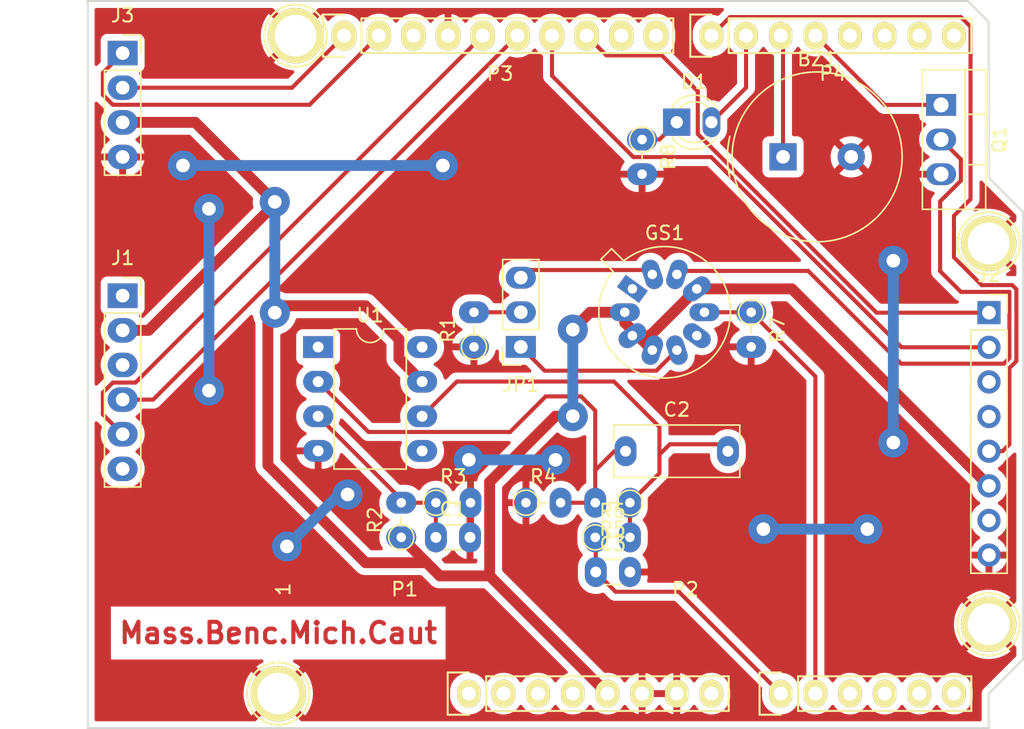
<source format=kicad_pcb>
(kicad_pcb (version 20211014) (generator pcbnew)
  (title_block (date "lun. 30 mars 2015"))
  (layers (0 "F.Cu" signal) (31 "B.Cu" signal) (34 "B.Paste" user) (35 "F.Paste" user) (36 "B.SilkS" user "B.Silkscreen") (37 "F.SilkS" user "F.Silkscreen") (38 "B.Mask" user) (39 "F.Mask" user) (44 "Edge.Cuts" user))
  (net 0 "")
  (net 1 "/IOREF")
  (net 2 "/Reset")
  (net 3 "+5V")
  (net 4 "GND")
  (net 5 "/Vin")
  (net 6 "Net-(GS1-Pad4)")
  (net 7 "ADC_temp")
  (net 8 "Net-(GS1-Pad8)")
  (net 9 "Net-(GS1-Pad9)")
  (net 12 "TX_BLE")
  (net 13 "RX_BLE")
  (net 15 "TX_LoRa")
  (net 16 "RX_LoRa")
  (net 19 "rst_LoRa")
  (net 21 "Display_SDA")
  (net 22 "Display_SCL")
  (net 23 "Net-(JP1-Pad2)")
  (net 25 "ADC_Gas")
  (net 30 "+3V3")
  (net 34 "LED")
  (net 35 "buzzer")
  (net 36 "Barre_crtl")
  (net 42 "Net-(C2-Pad1)")
  (net 43 "Net-(C1-Pad1)")
  (net 45 "Net-(C2-Pad2)")
  (net 47 "Net-(D1-Pad1)")
  (footprint "Socket_Arduino_Uno:Socket_Strip_Arduino_1x08" (layer "F.Cu") (at 138.938 123.825)
    (fp_text reference "P1" (at -4.705 -7.65) (layer "F.SilkS"))
    (fp_text value "Power")
    (fp_line (start 19.05 1.27) (end 19.05 -1.27) (layer "F.SilkS") (width 0.15))
    (fp_line (start 1.27 1.27) (end 19.05 1.27) (layer "F.SilkS") (width 0.15))
    (fp_line (start 19.05 -1.27) (end 1.27 -1.27) (layer "F.SilkS") (width 0.15))
    (fp_line (start 0 -1.55) (end -1.55 -1.55) (layer "F.SilkS") (width 0.15))
    (fp_line (start -1.55 -1.55) (end -1.55 1.55) (layer "F.SilkS") (width 0.15))
    (fp_line (start -1.55 1.55) (end 0 1.55) (layer "F.SilkS") (width 0.15))
    (fp_line (start 1.27 1.27) (end 1.27 -1.27) (layer "F.SilkS") (width 0.15))
    (pad "1" thru_hole oval locked (at 0 0) (size 1.7272 2.032) (drill 1.016) (layers *.Cu *.Mask "F.SilkS"))
    (pad "2" thru_hole oval locked (at 2.54 0) (size 1.7272 2.032) (drill 1.016) (layers *.Cu *.Mask "F.SilkS") (net 1 "/IOREF"))
    (pad "3" thru_hole oval locked (at 5.08 0) (size 1.7272 2.032) (drill 1.016) (layers *.Cu *.Mask "F.SilkS") (net 2 "/Reset"))
    (pad "4" thru_hole oval locked (at 7.62 0) (size 1.7272 2.032) (drill 1.016) (layers *.Cu *.Mask "F.SilkS") (net 30 "+3V3"))
    (pad "5" thru_hole oval locked (at 10.16 0) (size 1.7272 2.032) (drill 1.016) (layers *.Cu *.Mask "F.SilkS") (net 3 "+5V"))
    (pad "6" thru_hole oval locked (at 12.7 0) (size 1.7272 2.032) (drill 1.016) (layers *.Cu *.Mask "F.SilkS") (net 4 "GND"))
    (pad "7" thru_hole oval locked (at 15.24 0) (size 1.7272 2.032) (drill 1.016) (layers *.Cu *.Mask "F.SilkS") (net 4 "GND"))
    (pad "8" thru_hole oval locked (at 17.78 0) (size 1.7272 2.032) (drill 1.016) (layers *.Cu *.Mask "F.SilkS") (net 5 "/Vin"))
  )
  (footprint "Socket_Arduino_Uno:Socket_Strip_Arduino_1x06" (layer "F.Cu") (at 161.798 123.825)
    (fp_text reference "P2" (at -6.991 -7.65) (layer "F.SilkS"))
    (fp_text value "Analog")
    (fp_line (start 1.27 1.27) (end 1.27 -1.27) (layer "F.SilkS") (width 0.15))
    (fp_line (start 0 -1.55) (end -1.55 -1.55) (layer "F.SilkS") (width 0.15))
    (fp_line (start 13.97 -1.27) (end 1.27 -1.27) (layer "F.SilkS") (width 0.15))
    (fp_line (start 1.27 1.27) (end 13.97 1.27) (layer "F.SilkS") (width 0.15))
    (fp_line (start 13.97 1.27) (end 13.97 -1.27) (layer "F.SilkS") (width 0.15))
    (fp_line (start -1.55 -1.55) (end -1.55 1.55) (layer "F.SilkS") (width 0.15))
    (fp_line (start -1.55 1.55) (end 0 1.55) (layer "F.SilkS") (width 0.15))
    (pad "1" thru_hole oval locked (at 0 0) (size 1.7272 2.032) (drill 1.016) (layers *.Cu *.Mask "F.SilkS") (net 25 "ADC_Gas"))
    (pad "2" thru_hole oval locked (at 2.54 0) (size 1.7272 2.032) (drill 1.016) (layers *.Cu *.Mask "F.SilkS") (net 7 "ADC_temp"))
    (pad "3" thru_hole oval locked (at 5.08 0) (size 1.7272 2.032) (drill 1.016) (layers *.Cu *.Mask "F.SilkS"))
    (pad "4" thru_hole oval locked (at 7.62 0) (size 1.7272 2.032) (drill 1.016) (layers *.Cu *.Mask "F.SilkS"))
    (pad "5" thru_hole oval locked (at 10.16 0) (size 1.7272 2.032) (drill 1.016) (layers *.Cu *.Mask "F.SilkS"))
    (pad "6" thru_hole oval locked (at 12.7 0) (size 1.7272 2.032) (drill 1.016) (layers *.Cu *.Mask "F.SilkS"))
  )
  (footprint "Socket_Arduino_Uno:Socket_Strip_Arduino_1x10" (layer "F.Cu") (at 129.794 75.565)
    (fp_text reference "P3" (at 11.43 2.794) (layer "F.SilkS"))
    (fp_text value "Digital")
    (fp_line (start -1.55 -1.55) (end -1.55 1.55) (layer "F.SilkS") (width 0.15))
    (fp_line (start 1.27 1.27) (end 24.13 1.27) (layer "F.SilkS") (width 0.15))
    (fp_line (start 24.13 1.27) (end 24.13 -1.27) (layer "F.SilkS") (width 0.15))
    (fp_line (start 24.13 -1.27) (end 1.27 -1.27) (layer "F.SilkS") (width 0.15))
    (fp_line (start 0 -1.55) (end -1.55 -1.55) (layer "F.SilkS") (width 0.15))
    (fp_line (start -1.55 1.55) (end 0 1.55) (layer "F.SilkS") (width 0.15))
    (fp_line (start 1.27 1.27) (end 1.27 -1.27) (layer "F.SilkS") (width 0.15))
    (pad "1" thru_hole oval locked (at 0 0) (size 1.8 2.2) (drill 1.016) (layers *.Cu *.Mask "F.SilkS") (net 22 "Display_SCL"))
    (pad "2" thru_hole oval locked (at 2.54 0) (size 1.8 2.2) (drill 1.016) (layers *.Cu *.Mask "F.SilkS") (net 21 "Display_SDA"))
    (pad "3" thru_hole oval locked (at 5.08 0) (size 1.8 2.2) (drill 1.016) (layers *.Cu *.Mask "F.SilkS"))
    (pad "4" thru_hole oval locked (at 7.62 0) (size 1.8 2.2) (drill 1.016) (layers *.Cu *.Mask "F.SilkS") (net 4 "GND"))
    (pad "5" thru_hole oval locked (at 10.16 0) (size 1.8 2.2) (drill 1.016) (layers *.Cu *.Mask "F.SilkS") (net 13 "RX_BLE"))
    (pad "6" thru_hole oval locked (at 12.7 0) (size 1.8 2.2) (drill 1.016) (layers *.Cu *.Mask "F.SilkS") (net 12 "TX_BLE"))
    (pad "7" thru_hole oval locked (at 15.24 0) (size 1.8 2.2) (drill 1.016) (layers *.Cu *.Mask "F.SilkS") (net 16 "RX_LoRa"))
    (pad "8" thru_hole oval locked (at 17.78 0) (size 1.8 2.2) (drill 1.016) (layers *.Cu *.Mask "F.SilkS") (net 15 "TX_LoRa"))
    (pad "9" thru_hole oval locked (at 20.32 0) (size 1.8 2.2) (drill 1.016) (layers *.Cu *.Mask "F.SilkS"))
    (pad "10" thru_hole oval locked (at 22.86 0) (size 1.8 2.2) (drill 1.016) (layers *.Cu *.Mask "F.SilkS"))
  )
  (footprint "Socket_Arduino_Uno:Socket_Strip_Arduino_1x08" (layer "F.Cu") (at 156.718 75.565)
    (fp_text reference "P4" (at 8.89 2.794) (layer "F.SilkS"))
    (fp_text value "Digital")
    (fp_line (start 19.05 -1.27) (end 1.27 -1.27) (layer "F.SilkS") (width 0.15))
    (fp_line (start -1.55 1.55) (end 0 1.55) (layer "F.SilkS") (width 0.15))
    (fp_line (start 1.27 1.27) (end 19.05 1.27) (layer "F.SilkS") (width 0.15))
    (fp_line (start 1.27 1.27) (end 1.27 -1.27) (layer "F.SilkS") (width 0.15))
    (fp_line (start 0 -1.55) (end -1.55 -1.55) (layer "F.SilkS") (width 0.15))
    (fp_line (start 19.05 1.27) (end 19.05 -1.27) (layer "F.SilkS") (width 0.15))
    (fp_line (start -1.55 -1.55) (end -1.55 1.55) (layer "F.SilkS") (width 0.15))
    (pad "1" thru_hole oval locked (at 0 0) (size 1.7272 2.032) (drill 1.016) (layers *.Cu *.Mask "F.SilkS") (net 19 "rst_LoRa"))
    (pad "2" thru_hole oval locked (at 2.54 0) (size 1.7272 2.032) (drill 1.016) (layers *.Cu *.Mask "F.SilkS") (net 34 "LED"))
    (pad "3" thru_hole oval locked (at 5.08 0) (size 1.7272 2.032) (drill 1.016) (layers *.Cu *.Mask "F.SilkS") (net 35 "buzzer"))
    (pad "4" thru_hole oval locked (at 7.62 0) (size 1.7272 2.032) (drill 1.016) (layers *.Cu *.Mask "F.SilkS") (net 36 "Barre_crtl"))
    (pad "5" thru_hole oval locked (at 10.16 0) (size 1.7272 2.032) (drill 1.016) (layers *.Cu *.Mask "F.SilkS"))
    (pad "6" thru_hole oval locked (at 12.7 0) (size 1.7272 2.032) (drill 1.016) (layers *.Cu *.Mask "F.SilkS"))
    (pad "7" thru_hole oval locked (at 15.24 0) (size 1.7272 2.032) (drill 1.016) (layers *.Cu *.Mask "F.SilkS"))
    (pad "8" thru_hole oval locked (at 17.78 0) (size 1.7272 2.032) (drill 1.016) (layers *.Cu *.Mask "F.SilkS"))
  )
  (footprint "Socket_Arduino_Uno:Arduino_1pin" (layer "F.Cu") (at 124.968 123.825)
    (fp_text reference "P5" hide)
    (fp_text value "CONN_01X01" hide)
    (fp_circle (center 0 0) (end 0 -2.286) (layer "F.SilkS") (width 0.15) (fill none))
    (pad "1" thru_hole circle locked (at 0 0) (size 4.064 4.064) (drill 3.048) (layers *.Cu *.Mask "F.SilkS") (net 4 "GND"))
  )
  (footprint "Socket_Arduino_Uno:Arduino_1pin" (layer "F.Cu") (at 177.038 118.745)
    (fp_text reference "P6" hide)
    (fp_text value "CONN_01X01" hide)
    (fp_circle (center 0 0) (end 0 -2.286) (layer "F.SilkS") (width 0.15) (fill none))
    (pad "1" thru_hole circle locked (at 0 0) (size 4.064 4.064) (drill 3.048) (layers *.Cu *.Mask "F.SilkS") (net 4 "GND"))
  )
  (footprint "Socket_Arduino_Uno:Arduino_1pin" (layer "F.Cu") (at 126.238 75.565)
    (fp_text reference "P7" hide)
    (fp_text value "CONN_01X01" hide)
    (fp_circle (center 0 0) (end 0 -2.286) (layer "F.SilkS") (width 0.15) (fill none))
    (pad "1" thru_hole circle locked (at 0 0) (size 4.064 4.064) (drill 3.048) (layers *.Cu *.Mask "F.SilkS") (net 4 "GND"))
  )
  (footprint "Socket_Arduino_Uno:Arduino_1pin" (layer "F.Cu") (at 177.038 90.805)
    (fp_text reference "P8" hide)
    (fp_text value "CONN_01X01" hide)
    (fp_circle (center 0 0) (end 0 -2.286) (layer "F.SilkS") (width 0.15) (fill none))
    (pad "1" thru_hole circle locked (at 0 0) (size 4.064 4.064) (drill 3.048) (layers *.Cu *.Mask "F.SilkS") (net 4 "GND"))
  )
  (footprint "Resistor_THT:R_Axial_DIN0204_L3.6mm_D1.6mm_P2.54mm_Vertical" (layer "F.Cu") (at 139.313 98.395 90)
    (fp_text reference "R1" (at 1.27 -1.92 90) (layer "F.SilkS"))
    (fp_text value "330")
    (fp_line (start 0.92 0) (end 1.54 0) (layer "F.SilkS") (width 0.12))
    (fp_circle (center 0 0) (end 0.92 0) (layer "F.SilkS") (width 0.12) (fill none))
    (pad "1" thru_hole oval (at 0 0 90) (size 1.6 2.2) (drill 0.7) (layers *.Cu *.Mask) (net 4 "GND"))
    (pad "2" thru_hole oval (at 2.54 0 90) (size 1.6 2.2) (drill 0.7) (layers *.Cu *.Mask) (net 23 "Net-(JP1-Pad2)"))
  )
  (footprint "LED_THT:LED_D3.0mm" (layer "F.Cu") (at 154.178 81.915)
    (fp_text reference "D1" (at 1.27 -2.96) (layer "F.SilkS"))
    (fp_text value "LED")
    (fp_line (start -0.29 1.08) (end -0.29 1.236) (layer "F.SilkS") (width 0.12))
    (fp_line (start -0.29 -1.236) (end -0.29 -1.08) (layer "F.SilkS") (width 0.12))
    (fp_arc (start 0.229039 -1.08) (mid 1.270117 -1.5) (end 2.31113 -1.079837) (layer "F.SilkS") (width 0.12))
    (fp_arc (start 2.31113 1.079837) (mid 1.270117 1.5) (end 0.229039 1.08) (layer "F.SilkS") (width 0.12))
    (fp_arc (start 2.942335 1.078608) (mid 1.366487 1.987659) (end -0.29 1.235516) (layer "F.SilkS") (width 0.12))
    (fp_arc (start -0.29 -1.235516) (mid 1.366487 -1.987659) (end 2.942335 -1.078608) (layer "F.SilkS") (width 0.12))
    (pad "1" thru_hole rect (at 0 0) (size 2 2) (drill 0.9) (layers *.Cu *.Mask) (net 47 "Net-(D1-Pad1)"))
    (pad "2" thru_hole oval (at 2.54 0) (size 1.3 2.2) (drill 0.9) (layers *.Cu *.Mask) (net 34 "LED"))
  )
  (footprint "Connector_PinSocket_2.54mm:PinSocket_1x08_P2.54mm_Vertical" (layer "F.Cu") (at 177.063 95.885)
    (fp_text reference "J2" (at 0 -2.77) (layer "F.SilkS"))
    (fp_text value "Conn_01x08_Female")
    (fp_line (start 1.33 1.27) (end 1.33 19.11) (layer "F.SilkS") (width 0.12))
    (fp_line (start 0 -1.33) (end 1.33 -1.33) (layer "F.SilkS") (width 0.12))
    (fp_line (start 1.33 -1.33) (end 1.33 0) (layer "F.SilkS") (width 0.12))
    (fp_line (start -1.33 1.27) (end 1.33 1.27) (layer "F.SilkS") (width 0.12))
    (fp_line (start -1.33 19.11) (end 1.33 19.11) (layer "F.SilkS") (width 0.12))
    (fp_line (start -1.33 1.27) (end -1.33 19.11) (layer "F.SilkS") (width 0.12))
    (pad "1" thru_hole rect (at 0 0) (size 1.7 1.7) (drill 1) (layers *.Cu *.Mask) (net 15 "TX_LoRa"))
    (pad "2" thru_hole oval (at 0 2.54) (size 1.7 1.7) (drill 1) (layers *.Cu *.Mask) (net 16 "RX_LoRa"))
    (pad "3" thru_hole oval (at 0 5.08) (size 1.7 1.7) (drill 1) (layers *.Cu *.Mask))
    (pad "4" thru_hole oval (at 0 7.62) (size 1.7 1.7) (drill 1) (layers *.Cu *.Mask))
    (pad "5" thru_hole oval (at 0 10.16) (size 1.7 1.7) (drill 1) (layers *.Cu *.Mask) (net 19 "rst_LoRa"))
    (pad "6" thru_hole oval (at 0 12.7) (size 1.7 1.7) (drill 1) (layers *.Cu *.Mask) (net 3 "+5V"))
    (pad "7" thru_hole oval (at 0 15.24) (size 1.7 1.7) (drill 1) (layers *.Cu *.Mask))
    (pad "8" thru_hole oval (at 0 17.78) (size 1.7 1.7) (drill 1) (layers *.Cu *.Mask) (net 4 "GND"))
  )
  (footprint "Resistor_THT:R_Axial_DIN0204_L3.6mm_D1.6mm_P2.54mm_Vertical" (layer "F.Cu") (at 133.983 112.365 90)
    (fp_text reference "R2" (at 1.27 -1.92 90) (layer "F.SilkS"))
    (fp_text value "10k")
    (fp_line (start 0.92 0) (end 1.54 0) (layer "F.SilkS") (width 0.12))
    (fp_circle (center 0 0) (end 0.92 0) (layer "F.SilkS") (width 0.12) (fill none))
    (pad "1" thru_hole oval (at 0 0 90) (size 1.6 2.2) (drill 0.7) (layers *.Cu *.Mask) (net 3 "+5V"))
    (pad "2" thru_hole oval (at 2.54 0 90) (size 1.6 2.2) (drill 0.7) (layers *.Cu *.Mask) (net 43 "Net-(C1-Pad1)"))
  )
  (footprint "Connector_PinSocket_2.54mm:PinSocket_1x04_P2.54mm_Vertical" (layer "F.Cu") (at 113.563 76.845)
    (fp_text reference "J3" (at 0 -2.77) (layer "F.SilkS"))
    (fp_text value "Conn_01x04_Female")
    (fp_line (start 1.33 1.27) (end 1.33 8.95) (layer "F.SilkS") (width 0.12))
    (fp_line (start 0 -1.33) (end 1.33 -1.33) (layer "F.SilkS") (width 0.12))
    (fp_line (start -1.33 1.27) (end 1.33 1.27) (layer "F.SilkS") (width 0.12))
    (fp_line (start -1.33 8.95) (end 1.33 8.95) (layer "F.SilkS") (width 0.12))
    (fp_line (start 1.33 -1.33) (end 1.33 0) (layer "F.SilkS") (width 0.12))
    (fp_line (start -1.33 1.27) (end -1.33 8.95) (layer "F.SilkS") (width 0.12))
    (pad "1" thru_hole rect (at 0 0) (size 2.2 1.8) (drill 1) (layers *.Cu *.Mask) (net 21 "Display_SDA"))
    (pad "2" thru_hole oval (at 0 2.54) (size 2.2 1.8) (drill 1) (layers *.Cu *.Mask) (net 22 "Display_SCL"))
    (pad "3" thru_hole oval (at 0 5.08) (size 2.2 1.8) (drill 1) (layers *.Cu *.Mask) (net 3 "+5V"))
    (pad "4" thru_hole oval (at 0 7.62) (size 2.2 1.8) (drill 1) (layers *.Cu *.Mask) (net 4 "GND"))
  )
  (footprint "Resistor_THT:R_Axial_DIN0204_L3.6mm_D1.6mm_P2.54mm_Vertical" (layer "F.Cu") (at 151.638 83.185 -90)
    (fp_text reference "R8" (at 1.27 -1.92 90) (layer "F.SilkS"))
    (fp_text value "330")
    (fp_line (start 0.92 0) (end 1.54 0) (layer "F.SilkS") (width 0.12))
    (fp_circle (center 0 0) (end 0.92 0) (layer "F.SilkS") (width 0.12) (fill none))
    (pad "1" thru_hole oval (at 0 0) (size 2.2 1.6) (drill 0.7) (layers *.Cu *.Mask) (net 47 "Net-(D1-Pad1)"))
    (pad "2" thru_hole oval (at 2.54 0 270) (size 1.6 2.2) (drill 0.7) (layers *.Cu *.Mask) (net 4 "GND"))
  )
  (footprint "Resistor_THT:R_Axial_DIN0204_L3.6mm_D1.6mm_P2.54mm_Vertical" (layer "F.Cu") (at 159.633 95.855 -90)
    (fp_text reference "R7" (at 1.27 -1.92 90) (layer "F.SilkS"))
    (fp_text value "330")
    (fp_line (start 0.92 0) (end 1.54 0) (layer "F.SilkS") (width 0.12))
    (fp_circle (center 0 0) (end 0.92 0) (layer "F.SilkS") (width 0.12) (fill none))
    (pad "1" thru_hole oval (at 0 0 270) (size 1.6 2.2) (drill 0.7) (layers *.Cu *.Mask) (net 7 "ADC_temp"))
    (pad "2" thru_hole oval (at 2.54 0 270) (size 1.6 2.2) (drill 0.7) (layers *.Cu *.Mask) (net 4 "GND"))
  )
  (footprint "Resistor_THT:R_Axial_DIN0204_L3.6mm_D1.6mm_P2.54mm_Vertical" (layer "F.Cu") (at 143.123 109.825)
    (fp_text reference "R4" (at 1.27 -1.92) (layer "F.SilkS"))
    (fp_text value "1k")
    (fp_line (start 0.92 0) (end 1.54 0) (layer "F.SilkS") (width 0.12))
    (fp_circle (center 0 0) (end 0.92 0) (layer "F.SilkS") (width 0.12) (fill none))
    (pad "1" thru_hole oval (at 0 0) (size 1.6 2.2) (drill 0.7) (layers *.Cu *.Mask) (net 4 "GND"))
    (pad "2" thru_hole oval (at 2.54 0) (size 1.6 2.2) (drill 0.7) (layers *.Cu *.Mask) (net 42 "Net-(C2-Pad1)"))
  )
  (footprint "Buzzer_Beeper:Buzzer_TDK_PS1240P02BT_D12.2mm_H6.5mm" (layer "F.Cu") (at 161.967216 84.455)
    (fp_text reference "BZ1" (at 2.5 -7.17) (layer "F.SilkS"))
    (fp_text value "Buzzer")
    (fp_arc (start -3.9 1.499999) (mid -4.073431 -0.000001) (end -3.9 -1.5) (layer "F.SilkS") (width 0.12))
    (fp_circle (center 2.5 0) (end 8.73 0) (layer "F.SilkS") (width 0.12) (fill none))
    (pad "1" thru_hole rect (at 0 0) (size 2 2) (drill 1) (layers *.Cu *.Mask) (net 35 "buzzer"))
    (pad "2" thru_hole circle (at 5 0) (size 2 2) (drill 1) (layers *.Cu *.Mask) (net 4 "GND"))
  )
  (footprint "Resistor_THT:R_Axial_DIN0204_L3.6mm_D1.6mm_P2.54mm_Vertical" (layer "F.Cu") (at 136.523 109.825)
    (fp_text reference "R3" (at 1.27 -1.92) (layer "F.SilkS"))
    (fp_text value "100k")
    (fp_line (start 0.92 0) (end 1.54 0) (layer "F.SilkS") (width 0.12))
    (fp_circle (center 0 0) (end 0.92 0) (layer "F.SilkS") (width 0.12) (fill none))
    (pad "1" thru_hole oval (at 0 0) (size 1.6 2.2) (drill 0.7) (layers *.Cu *.Mask) (net 43 "Net-(C1-Pad1)"))
    (pad "2" thru_hole oval (at 2.54 0) (size 1.6 2.2) (drill 0.7) (layers *.Cu *.Mask) (net 4 "GND"))
  )
  (footprint "Package_TO_SOT_THT:TO-220-3_Vertical" (layer "F.Cu") (at 173.553 80.645 -90)
    (fp_text reference "Q1" (at 2.54 -4.27 90) (layer "F.SilkS"))
    (fp_text value "IRF540N")
    (fp_line (start 4.391 -3.27) (end 4.391 -1.76) (layer "F.SilkS") (width 0.12))
    (fp_line (start 0.69 -3.27) (end 0.69 -1.76) (layer "F.SilkS") (width 0.12))
    (fp_line (start -2.58 1.371) (end 7.66 1.371) (layer "F.SilkS") (width 0.12))
    (fp_line (start -2.58 -3.27) (end 7.66 -3.27) (layer "F.SilkS") (width 0.12))
    (fp_line (start -2.58 -3.27) (end -2.58 1.371) (layer "F.SilkS") (width 0.12))
    (fp_line (start -2.58 -1.76) (end 7.66 -1.76) (layer "F.SilkS") (width 0.12))
    (fp_line (start 7.66 -3.27) (end 7.66 1.371) (layer "F.SilkS") (width 0.12))
    (pad "1" thru_hole rect (at 0 0 270) (size 1.6 2.2) (drill 1.1) (layers *.Cu *.Mask) (net 36 "Barre_crtl"))
    (pad "2" thru_hole oval (at 2.54 0 270) (size 1.6 2.2) (drill 1.1) (layers *.Cu *.Mask) (net 8 "Net-(GS1-Pad8)"))
    (pad "3" thru_hole oval (at 5.08 0 270) (size 1.6 2.2) (drill 1.1) (layers *.Cu *.Mask) (net 4 "GND"))
  )
  (footprint "Resistor_THT:R_Axial_DIN0204_L3.6mm_D1.6mm_P2.54mm_Vertical" (layer "F.Cu") (at 148.203 112.365)
    (fp_text reference "R6" (at 1.27 -1.92) (layer "F.SilkS"))
    (fp_text value "1k")
    (fp_line (start 0.92 0) (end 1.54 0) (layer "F.SilkS") (width 0.12))
    (fp_circle (center 0 0) (end 0.92 0) (layer "F.SilkS") (width 0.12) (fill none))
    (pad "1" thru_hole oval (at 0 0) (size 1.6 2.2) (drill 0.7) (layers *.Cu *.Mask) (net 25 "ADC_Gas"))
    (pad "2" thru_hole oval (at 2.54 0) (size 1.6 2.2) (drill 0.7) (layers *.Cu *.Mask) (net 45 "Net-(C2-Pad2)"))
  )
  (footprint "Package_DIP:DIP-8_W7.62mm" (layer "F.Cu") (at 127.893 98.405)
    (fp_text reference "U1" (at 3.81 -2.33) (layer "F.SilkS"))
    (fp_text value "LTC1050ACN8_PBF")
    (fp_line (start 2.81 -1.33) (end 1.16 -1.33) (layer "F.SilkS") (width 0.12))
    (fp_line (start 1.16 8.95) (end 6.46 8.95) (layer "F.SilkS") (width 0.12))
    (fp_line (start 1.16 -1.33) (end 1.16 8.95) (layer "F.SilkS") (width 0.12))
    (fp_line (start 6.46 8.95) (end 6.46 -1.33) (layer "F.SilkS") (width 0.12))
    (fp_line (start 6.46 -1.33) (end 4.81 -1.33) (layer "F.SilkS") (width 0.12))
    (fp_arc (start 4.81 -1.33) (mid 3.81 -0.33) (end 2.81 -1.33) (layer "F.SilkS") (width 0.12))
    (pad "1" thru_hole rect (at 0 0) (size 2.2 1.6) (drill 0.8) (layers *.Cu *.Mask))
    (pad "2" thru_hole oval (at 0 2.54) (size 2.2 1.6) (drill 0.8) (layers *.Cu *.Mask) (net 42 "Net-(C2-Pad1)"))
    (pad "3" thru_hole oval (at 0 5.08) (size 2.2 1.6) (drill 0.8) (layers *.Cu *.Mask) (net 43 "Net-(C1-Pad1)"))
    (pad "4" thru_hole oval (at 0 7.62) (size 2.2 1.6) (drill 0.8) (layers *.Cu *.Mask) (net 4 "GND"))
    (pad "5" thru_hole oval (at 7.62 7.62) (size 2.2 1.6) (drill 0.8) (layers *.Cu *.Mask))
    (pad "6" thru_hole oval (at 7.62 5.08) (size 2.2 1.6) (drill 0.8) (layers *.Cu *.Mask) (net 45 "Net-(C2-Pad2)"))
    (pad "7" thru_hole oval (at 7.62 2.54) (size 2.2 1.6) (drill 0.8) (layers *.Cu *.Mask) (net 3 "+5V"))
    (pad "8" thru_hole oval (at 7.62 0) (size 2.2 1.6) (drill 0.8) (layers *.Cu *.Mask))
  )
  (footprint "Capacitor_THT:C_Disc_D3.0mm_W1.6mm_P2.50mm" (layer "F.Cu") (at 148.243 114.905)
    (fp_text reference "C3" (at 1.25 -2.05) (layer "F.SilkS"))
    (fp_text value "100n")
    (fp_line (start 0.621 -0.92) (end 1.879 -0.92) (layer "F.SilkS") (width 0.12))
    (fp_line (start 0.621 0.92) (end 1.879 0.92) (layer "F.SilkS") (width 0.12))
    (pad "1" thru_hole oval (at 0 0) (size 1.6 2.2) (drill 0.8) (layers *.Cu *.Mask) (net 25 "ADC_Gas"))
    (pad "2" thru_hole oval (at 2.5 0) (size 1.6 2.2) (drill 0.8) (layers *.Cu *.Mask) (net 4 "GND"))
  )
  (footprint "Package_TO_SOT_THT:TO-5-10" (layer "F.Cu") (at 150.368 95.855)
    (fp_text reference "GS1" (at 2.92 -5.82) (layer "F.SilkS"))
    (fp_text value "Gas_Sensor")
    (fp_line (start -0.968039 -4.665856) (end -1.745856 -3.888039) (layer "F.SilkS") (width 0.12))
    (fp_line (start -1.745856 -3.888039) (end -0.854902 -2.997084) (layer "F.SilkS") (width 0.12))
    (fp_line (start -0.077084 -3.774902) (end -0.968039 -4.665856) (layer "F.SilkS") (width 0.12))
    (fp_arc (start -0.077084 -3.774902) (mid 6.328125 3.408384) (end -0.854674 -2.997371) (layer "F.SilkS") (width 0.12))
    (pad "1" thru_hole oval (at 0 0 270) (size 1.3 2.2) (drill 0.7) (layers *.Cu *.Mask) (net 3 "+5V"))
    (pad "2" thru_hole oval (at 0.55767 1.716333 216) (size 2.2 1.3) (drill 0.7) (layers *.Cu *.Mask) (net 3 "+5V"))
    (pad "3" thru_hole oval (at 2.01767 2.777085 252) (size 2.2 1.3) (drill 0.7) (layers *.Cu *.Mask) (net 3 "+5V"))
    (pad "4" thru_hole oval (at 3.82233 2.777085 288) (size 2.2 1.3) (drill 0.7) (layers *.Cu *.Mask) (net 6 "Net-(GS1-Pad4)"))
    (pad "5" thru_hole oval (at 5.28233 1.716333 324) (size 2.2 1.3) (drill 0.7) (layers *.Cu *.Mask))
    (pad "6" thru_hole oval (at 5.84 0) (size 2.2 1.3) (drill 0.7) (layers *.Cu *.Mask) (net 7 "ADC_temp"))
    (pad "7" thru_hole oval (at 5.28233 -1.716333 36) (size 2.2 1.3) (drill 0.7) (layers *.Cu *.Mask) (net 3 "+5V"))
    (pad "8" thru_hole oval (at 3.82233 -2.777085 72) (size 2.2 1.3) (drill 0.7) (layers *.Cu *.Mask) (net 8 "Net-(GS1-Pad8)"))
    (pad "9" thru_hole oval (at 2.01767 -2.777085 108) (size 2.2 1.3) (drill 0.7) (layers *.Cu *.Mask) (net 9 "Net-(GS1-Pad9)"))
    (pad "10" thru_hole rect (at 0.55767 -1.716333 144) (size 2 1.1) (drill 0.7) (layers *.Cu *.Mask))
  )
  (footprint "Capacitor_THT:C_Rect_L9.0mm_W3.6mm_P7.50mm_MKT" (layer "F.Cu") (at 150.428 106.045)
    (fp_text reference "C2" (at 3.75 -3.05) (layer "F.SilkS"))
    (fp_text value "1µ")
    (fp_line (start -0.87 -1.92) (end -0.87 -0.665) (layer "F.SilkS") (width 0.12))
    (fp_line (start -0.87 0.665) (end -0.87 1.92) (layer "F.SilkS") (width 0.12))
    (fp_line (start -0.87 1.92) (end 8.37 1.92) (layer "F.SilkS") (width 0.12))
    (fp_line (start 8.37 -1.92) (end 8.37 -0.665) (layer "F.SilkS") (width 0.12))
    (fp_line (start 8.37 0.665) (end 8.37 1.92) (layer "F.SilkS") (width 0.12))
    (fp_line (start -0.87 -1.92) (end 8.37 -1.92) (layer "F.SilkS") (width 0.12))
    (pad "1" thru_hole oval (at 0 0) (size 1.6 2.2) (drill 0.8) (layers *.Cu *.Mask) (net 42 "Net-(C2-Pad1)"))
    (pad "2" thru_hole oval (at 7.5 0) (size 1.6 2.2) (drill 0.8) (layers *.Cu *.Mask) (net 45 "Net-(C2-Pad2)"))
  )
  (footprint "Resistor_THT:R_Axial_DIN0204_L3.6mm_D1.6mm_P2.54mm_Vertical" (layer "F.Cu") (at 150.743 109.825 180)
    (fp_text reference "R5" (at 1.27 -1.92) (layer "F.SilkS"))
    (fp_text value "100k")
    (fp_line (start 0.92 0) (end 1.54 0) (layer "F.SilkS") (width 0.12))
    (fp_circle (center 0 0) (end 0.92 0) (layer "F.SilkS") (width 0.12) (fill none))
    (pad "1" thru_hole oval (at 0 0 180) (size 1.6 2.2) (drill 0.7) (layers *.Cu *.Mask) (net 45 "Net-(C2-Pad2)"))
    (pad "2" thru_hole oval (at 2.54 0 180) (size 1.6 2.2) (drill 0.7) (layers *.Cu *.Mask) (net 42 "Net-(C2-Pad1)"))
  )
  (footprint "Capacitor_THT:C_Disc_D3.0mm_W1.6mm_P2.50mm" (layer "F.Cu") (at 136.523 112.365)
    (fp_text reference "C1" (at 1.25 -2.05) (layer "F.SilkS"))
    (fp_text value "100n")
    (fp_line (start 0.621 -0.92) (end 1.879 -0.92) (layer "F.SilkS") (width 0.12))
    (fp_line (start 0.621 0.92) (end 1.879 0.92) (layer "F.SilkS") (width 0.12))
    (pad "1" thru_hole oval (at 0 0) (size 1.6 2.2) (drill 0.8) (layers *.Cu *.Mask) (net 43 "Net-(C1-Pad1)"))
    (pad "2" thru_hole oval (at 2.5 0) (size 1.6 2.2) (drill 0.8) (layers *.Cu *.Mask) (net 4 "GND"))
  )
  (footprint "Connector_PinSocket_2.54mm:PinSocket_1x06_P2.54mm_Vertical" (layer "F.Cu") (at 113.563 94.64)
    (fp_text reference "J1" (at 0 -2.77) (layer "F.SilkS"))
    (fp_text value "Conn_01x06_Female")
    (fp_line (start -1.33 1.27) (end -1.33 14.03) (layer "F.SilkS") (width 0.12))
    (fp_line (start 1.33 -1.33) (end 1.33 0) (layer "F.SilkS") (width 0.12))
    (fp_line (start -1.33 1.27) (end 1.33 1.27) (layer "F.SilkS") (width 0.12))
    (fp_line (start 1.33 1.27) (end 1.33 14.03) (layer "F.SilkS") (width 0.12))
    (fp_line (start -1.33 14.03) (end 1.33 14.03) (layer "F.SilkS") (width 0.12))
    (fp_line (start 0 -1.33) (end 1.33 -1.33) (layer "F.SilkS") (width 0.12))
    (pad "1" thru_hole rect (at 0 0) (size 2.2 1.8) (drill 1) (layers *.Cu *.Mask))
    (pad "2" thru_hole oval (at 0 2.54) (size 2.2 1.8) (drill 1) (layers *.Cu *.Mask) (net 3 "+5V"))
    (pad "3" thru_hole oval (at 0 5.08) (size 2.2 1.8) (drill 1) (layers *.Cu *.Mask))
    (pad "4" thru_hole oval (at 0 7.62) (size 2.2 1.8) (drill 1) (layers *.Cu *.Mask) (net 12 "TX_BLE"))
    (pad "5" thru_hole oval (at 0 10.16) (size 2.2 1.8) (drill 1) (layers *.Cu *.Mask) (net 13 "RX_BLE"))
    (pad "6" thru_hole oval (at 0 12.7) (size 2.2 1.8) (drill 1) (layers *.Cu *.Mask))
  )
  (footprint "Connector_PinSocket_2.54mm:PinSocket_1x03_P2.54mm_Vertical" (layer "F.Cu") (at 142.748 98.395 180)
    (fp_text reference "JP1" (at 0 -2.77) (layer "F.SilkS"))
    (fp_text value "Jumper_3_Bridged12")
    (fp_line (start 1.33 1.27) (end 1.33 6.41) (layer "F.SilkS") (width 0.12))
    (fp_line (start -1.33 1.27) (end 1.33 1.27) (layer "F.SilkS") (width 0.12))
    (fp_line (start 0 -1.33) (end 1.33 -1.33) (layer "F.SilkS") (width 0.12))
    (fp_line (start -1.33 1.27) (end -1.33 6.41) (layer "F.SilkS") (width 0.12))
    (fp_line (start 1.33 -1.33) (end 1.33 0) (layer "F.SilkS") (width 0.12))
    (fp_line (start -1.33 6.41) (end 1.33 6.41) (layer "F.SilkS") (width 0.12))
    (pad "1" thru_hole rect (at 0 0 270) (size 1.6 2.2) (drill 1) (layers *.Cu *.Mask) (net 6 "Net-(GS1-Pad4)"))
    (pad "2" thru_hole oval (at 0 2.54 270) (size 1.6 2.2) (drill 1) (layers *.Cu *.Mask) (net 23 "Net-(JP1-Pad2)"))
    (pad "3" thru_hole oval (at 0 5.08 270) (size 1.6 2.2) (drill 1) (layers *.Cu *.Mask) (net 9 "Net-(GS1-Pad9)"))
  )
  (gr_line (start 179.578 88.519) (end 177.038 85.979) (layer "Edge.Cuts") (width 0.15))
  (gr_line (start 177.038 126.365) (end 177.038 123.825) (layer "Edge.Cuts") (width 0.15))
  (gr_line (start 177.038 74.549) (end 175.514 73.025) (layer "Edge.Cuts") (width 0.15))
  (gr_line (start 177.038 123.825) (end 179.578 121.285) (layer "Edge.Cuts") (width 0.15))
  (gr_line (start 110.998 73.025) (end 110.998 126.365) (layer "Edge.Cuts") (width 0.15))
  (gr_line (start 179.578 121.285) (end 179.578 88.519) (layer "Edge.Cuts") (width 0.15))
  (gr_line (start 110.998 126.365) (end 177.038 126.365) (layer "Edge.Cuts") (width 0.15))
  (gr_line (start 175.514 73.025) (end 110.998 73.025) (layer "Edge.Cuts") (width 0.15))
  (gr_line (start 177.038 85.979) (end 177.038 74.549) (layer "Edge.Cuts") (width 0.15))
  (gr_text "Mass.Benc.Mich.Caut" (at 124.968 119.38) (layer "F.Cu") (effects (font (size 1.5 1.5) (thickness 0.3))))
  (gr_text "1" (at 125.343 116.175 90) (layer "F.SilkS") (effects (font (size 1 1))))
  (segment (start 146.558 103.475) (end 145.288 103.475) (width 0.8) (layer "F.Cu") (net 3))
  (segment (start 124.714 87.929) (end 124.714 87.757) (width 0.8) (layer "F.Cu") (net 3))
  (segment (start 140.46252 115.18952) (end 149.098 123.825) (width 0.8) (layer "F.Cu") (net 3))
  (segment (start 124.206 107.061) (end 131.3675 114.2225) (width 0.8) (layer "F.Cu") (net 3))
  (segment (start 118.882 81.925) (end 124.714 87.757) (width 0.8) (layer "F.Cu") (net 3))
  (segment (start 150.368 96.614415) (end 152.38567 98.632085) (width 0.8) (layer "F.Cu") (net 3))
  (segment (start 125.222 95.377) (end 124.206 96.393) (width 0.8) (layer "F.Cu") (net 3))
  (segment (start 133.81348 99.24548) (end 133.81348 97.8253) (width 0.8) (layer "F.Cu") (net 3))
  (segment (start 152.217664 97.571333) (end 150.92567 97.571333) (width 0.8) (layer "F.Cu") (net 3))
  (segment (start 135.8405 114.2225) (end 136.80752 115.18952) (width 0.8) (layer "F.Cu") (net 3))
  (segment (start 113.563 81.925) (end 118.882 81.925) (width 0.8) (layer "F.Cu") (net 3))
  (segment (start 115.463 97.18) (end 124.714 87.929) (width 0.8) (layer "F.Cu") (net 3))
  (segment (start 135.513 100.945) (end 133.81348 99.24548) (width 0.8) (layer "F.Cu") (net 3))
  (segment (start 131.36518 95.377) (end 125.222 95.377) (width 0.8) (layer "F.Cu") (net 3))
  (segment (start 155.65033 94.138667) (end 152.217664 97.571333) (width 0.8) (layer "F.Cu") (net 3))
  (segment (start 113.563 97.18) (end 115.463 97.18) (width 0.8) (layer "F.Cu") (net 3))
  (segment (start 147.828 95.855) (end 146.558 97.125) (width 0.8) (layer "F.Cu") (net 3))
  (segment (start 145.288 103.475) (end 140.46252 108.30048) (width 0.8) (layer "F.Cu") (net 3))
  (segment (start 133.983 112.365) (end 135.8405 114.2225) (width 0.8) (layer "F.Cu") (net 3))
  (segment (start 155.65033 94.138667) (end 162.616667 94.138667) (width 0.8) (layer "F.Cu") (net 3))
  (segment (start 136.80752 115.18952) (end 140.46252 115.18952) (width 0.8) (layer "F.Cu") (net 3))
  (segment (start 162.616667 94.138667) (end 177.063 108.585) (width 0.8) (layer "F.Cu") (net 3))
  (segment (start 124.206 96.393) (end 124.206 107.061) (width 0.8) (layer "F.Cu") (net 3))
  (segment (start 131.3675 114.2225) (end 135.8405 114.2225) (width 0.8) (layer "F.Cu") (net 3))
  (segment (start 140.46252 108.30048) (end 140.46252 115.18952) (width 0.8) (layer "F.Cu") (net 3))
  (segment (start 133.81348 97.8253) (end 131.36518 95.377) (width 0.8) (layer "F.Cu") (net 3))
  (segment (start 150.368 95.855) (end 150.368 96.614415) (width 0.8) (layer "F.Cu") (net 3))
  (segment (start 150.368 95.855) (end 147.828 95.855) (width 0.8) (layer "F.Cu") (net 3))
  (via (at 124.714 95.885) (size 2.2) (drill 1) (layers "F.Cu" "B.Cu") (net 3))
  (via (at 124.714 87.757) (size 2.2) (drill 1) (layers "F.Cu" "B.Cu") (net 3))
  (via (at 146.558 97.125) (size 2.2) (drill 1) (layers "F.Cu" "B.Cu") (net 3))
  (via (at 146.558 103.475) (size 2.2) (drill 1) (layers "F.Cu" "B.Cu") (net 3))
  (segment (start 124.714 87.757) (end 124.714 95.885) (width 0.8) (layer "B.Cu") (net 3))
  (segment (start 146.558 97.125) (end 146.558 103.475) (width 0.8) (layer "B.Cu") (net 3))
  (via (at 138.938 106.68) (size 2.2) (drill 1) (layers "F.Cu" "B.Cu") (net 4))
  (via (at 137.033 85.09) (size 2.2) (drill 1) (layers "F.Cu" "B.Cu") (net 4))
  (via (at 145.288 106.68) (size 2.2) (drill 1) (layers "F.Cu" "B.Cu") (net 4))
  (via (at 119.888 88.265) (size 2.2) (drill 1) (layers "F.Cu" "B.Cu") (net 4))
  (via (at 117.983 85.09) (size 2.2) (drill 1) (layers "F.Cu" "B.Cu") (net 4))
  (via (at 170.053 92.075) (size 2.2) (drill 1) (layers "F.Cu" "B.Cu") (net 4))
  (via (at 125.603 113.03) (size 2.2) (drill 1) (layers "F.Cu" "B.Cu") (net 4))
  (via (at 170.053 105.41) (size 2.2) (drill 1) (layers "F.Cu" "B.Cu") (net 4))
  (via (at 130.048 109.22) (size 2.2) (drill 1) (layers "F.Cu" "B.Cu") (net 4))
  (via (at 119.888 101.6) (size 2.2) (drill 1) (layers "F.Cu" "B.Cu") (net 4))
  (via (at 160.528 111.76) (size 2.2) (drill 1) (layers "F.Cu" "B.Cu") (net 4))
  (via (at 168.148 111.76) (size 2.2) (drill 1) (layers "F.Cu" "B.Cu") (net 4))
  (segment (start 160.528 111.76) (end 168.148 111.76) (width 0.8) (layer "B.Cu") (net 4))
  (segment (start 117.983 85.09) (end 137.033 85.09) (width 0.8) (layer "B.Cu") (net 4))
  (segment (start 129.413 109.22) (end 125.603 113.03) (width 0.8) (layer "B.Cu") (net 4))
  (segment (start 130.048 109.22) (end 129.413 109.22) (width 0.8) (layer "B.Cu") (net 4))
  (segment (start 119.888 88.265) (end 119.888 101.6) (width 0.8) (layer "B.Cu") (net 4))
  (segment (start 138.938 106.68) (end 145.288 106.68) (width 0.8) (layer "B.Cu") (net 4))
  (segment (start 170.053 92.075) (end 170.053 105.41) (width 0.8) (layer "B.Cu") (net 4))
  (segment (start 142.748 98.395) (end 144.491598 100.138598) (width 0.3) (layer "F.Cu") (net 6))
  (segment (start 152.683817 100.138598) (end 154.19033 98.632085) (width 0.3) (layer "F.Cu") (net 6))
  (segment (start 144.491598 100.138598) (end 152.683817 100.138598) (width 0.3) (layer "F.Cu") (net 6))
  (segment (start 154.419749 98.861504) (end 154.19033 98.632085) (width 0.25) (layer "F.Cu") (net 6))
  (segment (start 164.338 100.56) (end 164.338 123.825) (width 0.3) (layer "F.Cu") (net 7))
  (segment (start 159.633 95.855) (end 164.338 100.56) (width 0.3) (layer "F.Cu") (net 7))
  (segment (start 156.208 95.855) (end 159.633 95.855) (width 0.3) (layer "F.Cu") (net 7))
  (segment (start 178.153969 99.624511) (end 178.562 99.21648) (width 0.3) (layer "F.Cu") (net 8))
  (segment (start 175.00252 84.63452) (end 173.553 83.185) (width 0.3) (layer "F.Cu") (net 8))
  (segment (start 173.482 87.721666) (end 175.00252 86.201146) (width 0.3) (layer "F.Cu") (net 8))
  (segment (start 175.006 94.361) (end 173.482 92.837) (width 0.3) (layer "F.Cu") (net 8))
  (segment (start 163.815184 92.822184) (end 170.617511 99.624511) (width 0.3) (layer "F.Cu") (net 8))
  (segment (start 154.19033 93.077915) (end 154.446061 92.822184) (width 0.3) (layer "F.Cu") (net 8))
  (segment (start 154.446061 92.822184) (end 163.815184 92.822184) (width 0.3) (layer "F.Cu") (net 8))
  (segment (start 173.482 92.837) (end 173.482 87.721666) (width 0.3) (layer "F.Cu") (net 8))
  (segment (start 178.562 99.21648) (end 178.562 94.361) (width 0.3) (layer "F.Cu") (net 8))
  (segment (start 178.562 94.361) (end 175.006 94.361) (width 0.3) (layer "F.Cu") (net 8))
  (segment (start 175.00252 86.201146) (end 175.00252 84.63452) (width 0.3) (layer "F.Cu") (net 8))
  (segment (start 170.617511 99.624511) (end 178.153969 99.624511) (width 0.3) (layer "F.Cu") (net 8))
  (segment (start 152.064157 92.756402) (end 152.38567 93.077915) (width 0.3) (layer "F.Cu") (net 9))
  (segment (start 142.748 93.315) (end 143.306598 92.756402) (width 0.3) (layer "F.Cu") (net 9))
  (segment (start 143.306598 92.756402) (end 152.064157 92.756402) (width 0.3) (layer "F.Cu") (net 9))
  (segment (start 113.563 102.26) (end 115.799 102.26) (width 0.3) (layer "F.Cu") (net 12))
  (segment (start 115.799 102.26) (end 142.494 75.565) (width 0.3) (layer "F.Cu") (net 12))
  (segment (start 112.11348 101.742432) (end 112.845432 101.01048) (width 0.3) (layer "F.Cu") (net 13))
  (segment (start 112.845432 101.01048) (end 114.50852 101.01048) (width 0.3) (layer "F.Cu") (net 13))
  (segment (start 113.563 104.8) (end 112.11348 103.35048) (width 0.3) (layer "F.Cu") (net 13))
  (segment (start 112.11348 103.35048) (end 112.11348 101.742432) (width 0.3) (layer "F.Cu") (net 13))
  (segment (start 114.50852 101.01048) (end 139.954 75.565) (width 0.3) (layer "F.Cu") (net 13))
  (segment (start 147.574 75.565) (end 149.02352 77.01452) (width 0.3) (layer "F.Cu") (net 15))
  (segment (start 155.71848 79.64548) (end 155.71848 82.779014) (width 0.3) (layer "F.Cu") (net 15))
  (segment (start 155.71848 82.779014) (end 168.824466 95.885) (width 0.3) (layer "F.Cu") (net 15))
  (segment (start 153.08752 77.01452) (end 155.71848 79.64548) (width 0.3) (layer "F.Cu") (net 15))
  (segment (start 149.02352 77.01452) (end 153.08752 77.01452) (width 0.3) (layer "F.Cu") (net 15))
  (segment (start 168.824466 95.885) (end 177.063 95.885) (width 0.3) (layer "F.Cu") (net 15))
  (segment (start 145.034 75.565) (end 145.034 78.506666) (width 0.3) (layer "F.Cu") (net 16))
  (segment (start 156.703019 84.469981) (end 170.658038 98.425) (width 0.3) (layer "F.Cu") (net 16))
  (segment (start 145.034 78.506666) (end 150.997315 84.469981) (width 0.3) (layer "F.Cu") (net 16))
  (segment (start 170.658038 98.425) (end 177.063 98.425) (width 0.3) (layer "F.Cu") (net 16))
  (segment (start 150.997315 84.469981) (end 156.703019 84.469981) (width 0.3) (layer "F.Cu") (net 16))
  (segment (start 178.562 99.949) (end 178.562 105.537) (width 0.3) (layer "F.Cu") (net 19))
  (segment (start 175.71112 87.55988) (end 174.498 88.773) (width 0.3) (layer "F.Cu") (net 19))
  (segment (start 179.07 99.441) (end 178.562 99.949) (width 0.3) (layer "F.Cu") (net 19))
  (segment (start 174.498 88.773) (end 174.498 91.82948) (width 0.3) (layer "F.Cu") (net 19))
  (segment (start 175.00049 74.19948) (end 175.71112 74.91011) (width 0.3) (layer "F.Cu") (net 19))
  (segment (start 178.562 105.537) (end 178.054 106.045) (width 0.3) (layer "F.Cu") (net 19))
  (segment (start 158.08352 74.19948) (end 175.00049 74.19948) (width 0.3) (layer "F.Cu") (net 19))
  (segment (start 178.768907 93.86148) (end 179.07 94.162573) (width 0.3) (layer "F.Cu") (net 19))
  (segment (start 176.53 93.86148) (end 178.768907 93.86148) (width 0.3) (layer "F.Cu") (net 19))
  (segment (start 174.498 91.82948) (end 176.53 93.86148) (width 0.3) (layer "F.Cu") (net 19))
  (segment (start 179.07 94.162573) (end 179.07 99.441) (width 0.3) (layer "F.Cu") (net 19))
  (segment (start 178.054 106.045) (end 177.063 106.045) (width 0.3) (layer "F.Cu") (net 19))
  (segment (start 175.71112 74.91011) (end 175.71112 87.55988) (width 0.3) (layer "F.Cu") (net 19))
  (segment (start 156.718 75.565) (end 158.08352 74.19948) (width 0.3) (layer "F.Cu") (net 19))
  (segment (start 112.845432 80.63452) (end 112.11348 79.902568) (width 0.3) (layer "F.Cu") (net 21))
  (segment (start 132.334 75.565) (end 127.26448 80.63452) (width 0.3) (layer "F.Cu") (net 21))
  (segment (start 112.11348 79.902568) (end 112.11348 78.29452) (width 0.3) (layer "F.Cu") (net 21))
  (segment (start 127.26448 80.63452) (end 112.845432 80.63452) (width 0.3) (layer "F.Cu") (net 21))
  (segment (start 112.11348 78.29452) (end 113.563 76.845) (width 0.3) (layer "F.Cu") (net 21))
  (segment (start 129.794 75.565) (end 125.974 79.385) (width 0.3) (layer "F.Cu") (net 22))
  (segment (start 125.974 79.385) (end 113.563 79.385) (width 0.3) (layer "F.Cu") (net 22))
  (segment (start 139.313 95.855) (end 142.748 95.855) (width 0.3) (layer "F.Cu") (net 23))
  (segment (start 148.243 114.905) (end 148.243 112.405) (width 0.3) (layer "F.Cu") (net 25))
  (segment (start 154.32752 116.35452) (end 161.798 123.825) (width 0.3) (layer "F.Cu") (net 25))
  (segment (start 148.243 114.905) (end 149.69252 116.35452) (width 0.3) (layer "F.Cu") (net 25))
  (segment (start 149.69252 116.35452) (end 154.32752 116.35452) (width 0.3) (layer "F.Cu") (net 25))
  (segment (start 148.243 112.405) (end 148.203 112.365) (width 0.3) (layer "F.Cu") (net 25))
  (segment (start 161.838 123.785) (end 161.798 123.825) (width 0.3) (layer "F.Cu") (net 25))
  (segment (start 159.258 79.375) (end 156.718 81.915) (width 0.3) (layer "F.Cu") (net 34))
  (segment (start 159.258 75.565) (end 159.258 79.375) (width 0.3) (layer "F.Cu") (net 34))
  (segment (start 161.967216 84.455) (end 161.967216 75.734216) (width 0.3) (layer "F.Cu") (net 35))
  (segment (start 161.967216 75.734216) (end 161.798 75.565) (width 0.3) (layer "F.Cu") (net 35))
  (segment (start 169.418 80.645) (end 173.553 80.645) (width 0.3) (layer "F.Cu") (net 36))
  (segment (start 164.338 75.565) (end 169.418 80.645) (width 0.3) (layer "F.Cu") (net 36))
  (segment (start 149.606 106.045) (end 148.203 107.448) (width 0.3) (layer "F.Cu") (net 42))
  (segment (start 145.663 109.825) (end 148.203 109.825) (width 0.3) (layer "F.Cu") (net 42))
  (segment (start 150.428 106.045) (end 149.606 106.045) (width 0.3) (layer "F.Cu") (net 42))
  (segment (start 148.203 103.070081) (end 148.203 106.166) (width 0.3) (layer "F.Cu") (net 42))
  (segment (start 148.203 106.166) (end 148.203 107.448) (width 0.3) (layer "F.Cu") (net 42))
  (segment (start 148.203 107.448) (end 148.203 109.825) (width 0.3) (layer "F.Cu") (net 42))
  (segment (start 127.893 100.945) (end 131.58252 104.63452) (width 0.3) (layer "F.Cu") (net 42))
  (segment (start 131.58252 104.63452) (end 141.96348 104.63452) (width 0.3) (layer "F.Cu") (net 42))
  (segment (start 147.158408 102.025489) (end 148.203 103.070081) (width 0.3) (layer "F.Cu") (net 42))
  (segment (start 141.96348 104.63452) (end 144.572511 102.025489) (width 0.3) (layer "F.Cu") (net 42))
  (segment (start 144.572511 102.025489) (end 147.158408 102.025489) (width 0.3) (layer "F.Cu") (net 42))
  (segment (start 136.523 109.825) (end 136.523 112.365) (width 0.3) (layer "F.Cu") (net 43))
  (segment (start 136.523 109.825) (end 133.983 109.825) (width 0.3) (layer "F.Cu") (net 43))
  (segment (start 133.983 109.575) (end 133.983 109.825) (width 0.3) (layer "F.Cu") (net 43))
  (segment (start 127.893 103.485) (end 133.983 109.575) (width 0.3) (layer "F.Cu") (net 43))
  (segment (start 152.908 106.299) (end 152.908 107.66) (width 0.3) (layer "F.Cu") (net 45))
  (segment (start 152.908 104.267) (end 152.908 106.299) (width 0.3) (layer "F.Cu") (net 45))
  (segment (start 150.743 112.365) (end 150.743 109.825) (width 0.3) (layer "F.Cu") (net 45))
  (segment (start 152.908 106.299) (end 153.67 105.537) (width 0.3) (layer "F.Cu") (net 45))
  (segment (start 157.42 105.537) (end 157.928 106.045) (width 0.3) (layer "F.Cu") (net 45))
  (segment (start 138.063 100.935) (end 149.576 100.935) (width 0.3) (layer "F.Cu") (net 45))
  (segment (start 149.576 100.935) (end 152.908 104.267) (width 0.3) (layer "F.Cu") (net 45))
  (segment (start 153.67 105.537) (end 157.42 105.537) (width 0.3) (layer "F.Cu") (net 45))
  (segment (start 135.513 103.485) (end 138.063 100.935) (width 0.3) (layer "F.Cu") (net 45))
  (segment (start 152.908 107.66) (end 150.743 109.825) (width 0.3) (layer "F.Cu") (net 45))
  (segment (start 154.178 81.915) (end 152.908 83.185) (width 0.3) (layer "F.Cu") (net 47))
  (segment (start 152.908 83.185) (end 151.638 83.185) (width 0.3) (layer "F.Cu") (net 47))
  (zone (net 4) (net_name "GND") (layer "F.Cu") (connect_pads (clearance 0.508)) (min_thickness 0.254) (fill yes (thermal_gap 0.508) (thermal_bridge_width 0.508))
    (polygon (pts (xy 177.038 74.295) (xy 177.038 85.725) (xy 179.578 88.265) (xy 179.578 121.285) (xy 177.038 123.825) (xy 177.038 126.365) (xy 110.998 126.365) (xy 110.998 73.025) (xy 175.768 73.025)))
  )
)
</source>
